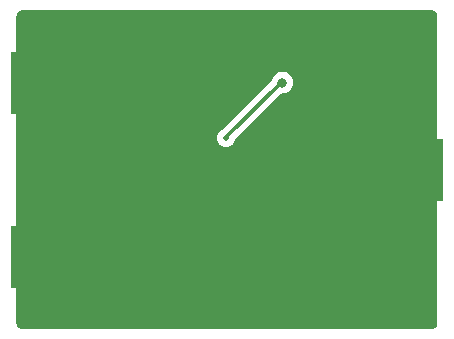
<source format=gbr>
%TF.GenerationSoftware,KiCad,Pcbnew,(6.0.2-0)*%
%TF.CreationDate,2022-03-21T23:10:47-05:00*%
%TF.ProjectId,EE515X_Project,45453531-3558-45f5-9072-6f6a6563742e,rev?*%
%TF.SameCoordinates,Original*%
%TF.FileFunction,Copper,L4,Bot*%
%TF.FilePolarity,Positive*%
%FSLAX46Y46*%
G04 Gerber Fmt 4.6, Leading zero omitted, Abs format (unit mm)*
G04 Created by KiCad (PCBNEW (6.0.2-0)) date 2022-03-21 23:10:47*
%MOMM*%
%LPD*%
G01*
G04 APERTURE LIST*
%TA.AperFunction,ComponentPad*%
%ADD10C,0.762000*%
%TD*%
%TA.AperFunction,SMDPad,CuDef*%
%ADD11R,1.778000X5.334000*%
%TD*%
%TA.AperFunction,ViaPad*%
%ADD12C,0.800000*%
%TD*%
%TA.AperFunction,ViaPad*%
%ADD13C,0.508000*%
%TD*%
%TA.AperFunction,Conductor*%
%ADD14C,0.312420*%
%TD*%
G04 APERTURE END LIST*
D10*
%TO.P,J2,2,Ext*%
%TO.N,GND*%
X82158688Y-112826800D03*
X82158688Y-110693200D03*
X80888688Y-110693200D03*
X79618688Y-110693200D03*
X78348688Y-110693200D03*
X78348688Y-112826800D03*
D11*
X78602688Y-111760000D03*
D10*
X80888688Y-112826800D03*
X79618688Y-112826800D03*
%TD*%
%TO.P,J1,2,Ext*%
%TO.N,GND*%
X82169000Y-98094800D03*
X82169000Y-95961200D03*
X80899000Y-95961200D03*
X79629000Y-95961200D03*
X78359000Y-95961200D03*
X78359000Y-98094800D03*
D11*
X78613000Y-97028000D03*
D10*
X80899000Y-98094800D03*
X79629000Y-98094800D03*
%TD*%
%TO.P,J3,2,Ext*%
%TO.N,GND*%
X109865312Y-103327200D03*
X109865312Y-105460800D03*
X111135312Y-105460800D03*
X112405312Y-105460800D03*
X113675312Y-105460800D03*
X113675312Y-103327200D03*
D11*
X113421312Y-104394000D03*
D10*
X111135312Y-103327200D03*
X112405312Y-103327200D03*
%TD*%
D12*
%TO.N,GND*%
X110621668Y-96012000D03*
X107827668Y-96012000D03*
%TO.N,/IF_UNFILTERED*%
X100711000Y-97028000D03*
D13*
X95935800Y-101727000D03*
%TD*%
D14*
%TO.N,/IF_UNFILTERED*%
X95935800Y-101727000D02*
X95935800Y-101676200D01*
X95935800Y-101676200D02*
X100584000Y-97028000D01*
X100584000Y-97028000D02*
X100711000Y-97028000D01*
%TD*%
%TA.AperFunction,Conductor*%
%TO.N,GND*%
G36*
X113297636Y-90889920D02*
G01*
X113312437Y-90892225D01*
X113312440Y-90892225D01*
X113321309Y-90893606D01*
X113330211Y-90892442D01*
X113330213Y-90892442D01*
X113330271Y-90892434D01*
X113330310Y-90892429D01*
X113360748Y-90892158D01*
X113426515Y-90899568D01*
X113454023Y-90905847D01*
X113534591Y-90934039D01*
X113560012Y-90946281D01*
X113632293Y-90991698D01*
X113654352Y-91009290D01*
X113714710Y-91069648D01*
X113732302Y-91091707D01*
X113777719Y-91163988D01*
X113789961Y-91189409D01*
X113818153Y-91269977D01*
X113824432Y-91297483D01*
X113831102Y-91356675D01*
X113831885Y-91372322D01*
X113831776Y-91381277D01*
X113830394Y-91390151D01*
X113833194Y-91411563D01*
X113834516Y-91421672D01*
X113835580Y-91438010D01*
X113835580Y-117342251D01*
X113834080Y-117361635D01*
X113830394Y-117385309D01*
X113831558Y-117394211D01*
X113831558Y-117394213D01*
X113831571Y-117394309D01*
X113831842Y-117424748D01*
X113824432Y-117490515D01*
X113818153Y-117518023D01*
X113789961Y-117598591D01*
X113777719Y-117624012D01*
X113732302Y-117696293D01*
X113714710Y-117718352D01*
X113654352Y-117778710D01*
X113632293Y-117796302D01*
X113560012Y-117841719D01*
X113534591Y-117853961D01*
X113454023Y-117882153D01*
X113426517Y-117888432D01*
X113412348Y-117890029D01*
X113367320Y-117895102D01*
X113351678Y-117895885D01*
X113342723Y-117895776D01*
X113333849Y-117894394D01*
X113302328Y-117898516D01*
X113285990Y-117899580D01*
X78745749Y-117899580D01*
X78726364Y-117898080D01*
X78711563Y-117895775D01*
X78711560Y-117895775D01*
X78702691Y-117894394D01*
X78693789Y-117895558D01*
X78693787Y-117895558D01*
X78693729Y-117895566D01*
X78693690Y-117895571D01*
X78663252Y-117895842D01*
X78597485Y-117888432D01*
X78569977Y-117882153D01*
X78489409Y-117853961D01*
X78463988Y-117841719D01*
X78391707Y-117796302D01*
X78369648Y-117778710D01*
X78309290Y-117718352D01*
X78291698Y-117696293D01*
X78246281Y-117624012D01*
X78234039Y-117598591D01*
X78205847Y-117518023D01*
X78199568Y-117490517D01*
X78192898Y-117431325D01*
X78192115Y-117415678D01*
X78192224Y-117406723D01*
X78193606Y-117397849D01*
X78189484Y-117366327D01*
X78188420Y-117349990D01*
X78188420Y-101716286D01*
X95168550Y-101716286D01*
X95185243Y-101886536D01*
X95239240Y-102048856D01*
X95242887Y-102054878D01*
X95242888Y-102054880D01*
X95324206Y-102189154D01*
X95324209Y-102189157D01*
X95327856Y-102195180D01*
X95446689Y-102318234D01*
X95589830Y-102411903D01*
X95596434Y-102414359D01*
X95596436Y-102414360D01*
X95743557Y-102469074D01*
X95743559Y-102469074D01*
X95750167Y-102471532D01*
X95829254Y-102482085D01*
X95912749Y-102493226D01*
X95912753Y-102493226D01*
X95919730Y-102494157D01*
X95926741Y-102493519D01*
X95926745Y-102493519D01*
X96083073Y-102479292D01*
X96083075Y-102479292D01*
X96090092Y-102478653D01*
X96096790Y-102476477D01*
X96096793Y-102476476D01*
X96246089Y-102427966D01*
X96246091Y-102427965D01*
X96252785Y-102425790D01*
X96399724Y-102338197D01*
X96523605Y-102220227D01*
X96536879Y-102200249D01*
X96614370Y-102083614D01*
X96618271Y-102077743D01*
X96679018Y-101917826D01*
X96680477Y-101907445D01*
X96681392Y-101905425D01*
X96681751Y-101904026D01*
X96681997Y-101904089D01*
X96709766Y-101842771D01*
X96716156Y-101835886D01*
X100578636Y-97973405D01*
X100640948Y-97939379D01*
X100667731Y-97936500D01*
X100806487Y-97936500D01*
X100812939Y-97935128D01*
X100812944Y-97935128D01*
X100899888Y-97916647D01*
X100993288Y-97896794D01*
X100999319Y-97894109D01*
X101161722Y-97821803D01*
X101161724Y-97821802D01*
X101167752Y-97819118D01*
X101322253Y-97706866D01*
X101450040Y-97564944D01*
X101545527Y-97399556D01*
X101604542Y-97217928D01*
X101624504Y-97028000D01*
X101609348Y-96883797D01*
X101605232Y-96844635D01*
X101605232Y-96844633D01*
X101604542Y-96838072D01*
X101545527Y-96656444D01*
X101450040Y-96491056D01*
X101322253Y-96349134D01*
X101167752Y-96236882D01*
X101161724Y-96234198D01*
X101161722Y-96234197D01*
X100999319Y-96161891D01*
X100999318Y-96161891D01*
X100993288Y-96159206D01*
X100899888Y-96139353D01*
X100812944Y-96120872D01*
X100812939Y-96120872D01*
X100806487Y-96119500D01*
X100615513Y-96119500D01*
X100609061Y-96120872D01*
X100609056Y-96120872D01*
X100522112Y-96139353D01*
X100428712Y-96159206D01*
X100422682Y-96161891D01*
X100422681Y-96161891D01*
X100260278Y-96234197D01*
X100260276Y-96234198D01*
X100254248Y-96236882D01*
X100099747Y-96349134D01*
X99971960Y-96491056D01*
X99876473Y-96656444D01*
X99874431Y-96662729D01*
X99818899Y-96833638D01*
X99788161Y-96883797D01*
X95675557Y-100996401D01*
X95627066Y-101026584D01*
X95615761Y-101030432D01*
X95615756Y-101030434D01*
X95609089Y-101032704D01*
X95463388Y-101122340D01*
X95458357Y-101127267D01*
X95458354Y-101127269D01*
X95399373Y-101185028D01*
X95341166Y-101242028D01*
X95248498Y-101385820D01*
X95246087Y-101392443D01*
X95246086Y-101392446D01*
X95192400Y-101539947D01*
X95192399Y-101539952D01*
X95189990Y-101546570D01*
X95168550Y-101716286D01*
X78188420Y-101716286D01*
X78188420Y-91445749D01*
X78189920Y-91426364D01*
X78192225Y-91411563D01*
X78192225Y-91411560D01*
X78193606Y-91402691D01*
X78192429Y-91393690D01*
X78192158Y-91363252D01*
X78199568Y-91297485D01*
X78205847Y-91269977D01*
X78234039Y-91189409D01*
X78246281Y-91163988D01*
X78291698Y-91091707D01*
X78309290Y-91069648D01*
X78369648Y-91009290D01*
X78391707Y-90991698D01*
X78463988Y-90946281D01*
X78489409Y-90934039D01*
X78569977Y-90905847D01*
X78597483Y-90899568D01*
X78611652Y-90897971D01*
X78656680Y-90892898D01*
X78672322Y-90892115D01*
X78681277Y-90892224D01*
X78690151Y-90893606D01*
X78721673Y-90889484D01*
X78738010Y-90888420D01*
X113278251Y-90888420D01*
X113297636Y-90889920D01*
G37*
%TD.AperFunction*%
%TD*%
M02*

</source>
